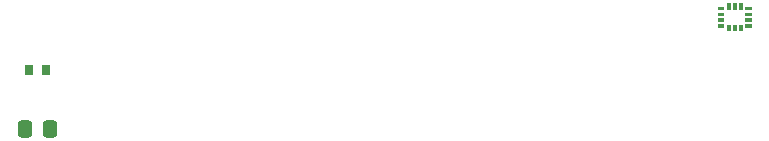
<source format=gtp>
%TF.GenerationSoftware,KiCad,Pcbnew,8.0.4*%
%TF.CreationDate,2024-09-27T18:01:19-04:00*%
%TF.ProjectId,Sp-I,53702d49-2e6b-4696-9361-645f70636258,rev?*%
%TF.SameCoordinates,Original*%
%TF.FileFunction,Paste,Top*%
%TF.FilePolarity,Positive*%
%FSLAX46Y46*%
G04 Gerber Fmt 4.6, Leading zero omitted, Abs format (unit mm)*
G04 Created by KiCad (PCBNEW 8.0.4) date 2024-09-27 18:01:19*
%MOMM*%
%LPD*%
G01*
G04 APERTURE LIST*
G04 Aperture macros list*
%AMRoundRect*
0 Rectangle with rounded corners*
0 $1 Rounding radius*
0 $2 $3 $4 $5 $6 $7 $8 $9 X,Y pos of 4 corners*
0 Add a 4 corners polygon primitive as box body*
4,1,4,$2,$3,$4,$5,$6,$7,$8,$9,$2,$3,0*
0 Add four circle primitives for the rounded corners*
1,1,$1+$1,$2,$3*
1,1,$1+$1,$4,$5*
1,1,$1+$1,$6,$7*
1,1,$1+$1,$8,$9*
0 Add four rect primitives between the rounded corners*
20,1,$1+$1,$2,$3,$4,$5,0*
20,1,$1+$1,$4,$5,$6,$7,0*
20,1,$1+$1,$6,$7,$8,$9,0*
20,1,$1+$1,$8,$9,$2,$3,0*%
G04 Aperture macros list end*
%ADD10C,0.010000*%
%ADD11RoundRect,0.250000X0.337500X0.475000X-0.337500X0.475000X-0.337500X-0.475000X0.337500X-0.475000X0*%
%ADD12R,0.698500X0.939800*%
G04 APERTURE END LIST*
D10*
%TO.C,MT1*%
X169562500Y-133869000D02*
X169112500Y-133869000D01*
X169112500Y-133631000D01*
X169562500Y-133631000D01*
X169562500Y-133869000D01*
G36*
X169562500Y-133869000D02*
G01*
X169112500Y-133869000D01*
X169112500Y-133631000D01*
X169562500Y-133631000D01*
X169562500Y-133869000D01*
G37*
X169562500Y-134369000D02*
X169112500Y-134369000D01*
X169112500Y-134131000D01*
X169562500Y-134131000D01*
X169562500Y-134369000D01*
G36*
X169562500Y-134369000D02*
G01*
X169112500Y-134369000D01*
X169112500Y-134131000D01*
X169562500Y-134131000D01*
X169562500Y-134369000D01*
G37*
X169562500Y-134869000D02*
X169112500Y-134869000D01*
X169112500Y-134631000D01*
X169562500Y-134631000D01*
X169562500Y-134869000D01*
G36*
X169562500Y-134869000D02*
G01*
X169112500Y-134869000D01*
X169112500Y-134631000D01*
X169562500Y-134631000D01*
X169562500Y-134869000D01*
G37*
X169562500Y-135369000D02*
X169112500Y-135369000D01*
X169112500Y-135131000D01*
X169562500Y-135131000D01*
X169562500Y-135369000D01*
G36*
X169562500Y-135369000D02*
G01*
X169112500Y-135369000D01*
X169112500Y-135131000D01*
X169562500Y-135131000D01*
X169562500Y-135369000D01*
G37*
X170119000Y-133812500D02*
X169881000Y-133812500D01*
X169881000Y-133362500D01*
X170119000Y-133362500D01*
X170119000Y-133812500D01*
G36*
X170119000Y-133812500D02*
G01*
X169881000Y-133812500D01*
X169881000Y-133362500D01*
X170119000Y-133362500D01*
X170119000Y-133812500D01*
G37*
X170119000Y-135637500D02*
X169881000Y-135637500D01*
X169881000Y-135187500D01*
X170119000Y-135187500D01*
X170119000Y-135637500D01*
G36*
X170119000Y-135637500D02*
G01*
X169881000Y-135637500D01*
X169881000Y-135187500D01*
X170119000Y-135187500D01*
X170119000Y-135637500D01*
G37*
X170619000Y-133812500D02*
X170381000Y-133812500D01*
X170381000Y-133362500D01*
X170619000Y-133362500D01*
X170619000Y-133812500D01*
G36*
X170619000Y-133812500D02*
G01*
X170381000Y-133812500D01*
X170381000Y-133362500D01*
X170619000Y-133362500D01*
X170619000Y-133812500D01*
G37*
X170619000Y-135637500D02*
X170381000Y-135637500D01*
X170381000Y-135187500D01*
X170619000Y-135187500D01*
X170619000Y-135637500D01*
G36*
X170619000Y-135637500D02*
G01*
X170381000Y-135637500D01*
X170381000Y-135187500D01*
X170619000Y-135187500D01*
X170619000Y-135637500D01*
G37*
X171119000Y-133812500D02*
X170881000Y-133812500D01*
X170881000Y-133362500D01*
X171119000Y-133362500D01*
X171119000Y-133812500D01*
G36*
X171119000Y-133812500D02*
G01*
X170881000Y-133812500D01*
X170881000Y-133362500D01*
X171119000Y-133362500D01*
X171119000Y-133812500D01*
G37*
X171119000Y-135637500D02*
X170881000Y-135637500D01*
X170881000Y-135187500D01*
X171119000Y-135187500D01*
X171119000Y-135637500D01*
G36*
X171119000Y-135637500D02*
G01*
X170881000Y-135637500D01*
X170881000Y-135187500D01*
X171119000Y-135187500D01*
X171119000Y-135637500D01*
G37*
X171887500Y-133869000D02*
X171437500Y-133869000D01*
X171437500Y-133631000D01*
X171887500Y-133631000D01*
X171887500Y-133869000D01*
G36*
X171887500Y-133869000D02*
G01*
X171437500Y-133869000D01*
X171437500Y-133631000D01*
X171887500Y-133631000D01*
X171887500Y-133869000D01*
G37*
X171887500Y-134369000D02*
X171437500Y-134369000D01*
X171437500Y-134131000D01*
X171887500Y-134131000D01*
X171887500Y-134369000D01*
G36*
X171887500Y-134369000D02*
G01*
X171437500Y-134369000D01*
X171437500Y-134131000D01*
X171887500Y-134131000D01*
X171887500Y-134369000D01*
G37*
X171887500Y-134869000D02*
X171437500Y-134869000D01*
X171437500Y-134631000D01*
X171887500Y-134631000D01*
X171887500Y-134869000D01*
G36*
X171887500Y-134869000D02*
G01*
X171437500Y-134869000D01*
X171437500Y-134631000D01*
X171887500Y-134631000D01*
X171887500Y-134869000D01*
G37*
X171887500Y-135369000D02*
X171437500Y-135369000D01*
X171437500Y-135131000D01*
X171887500Y-135131000D01*
X171887500Y-135369000D01*
G36*
X171887500Y-135369000D02*
G01*
X171437500Y-135369000D01*
X171437500Y-135131000D01*
X171887500Y-135131000D01*
X171887500Y-135369000D01*
G37*
%TD*%
D11*
%TO.C,C6*%
X112537500Y-144000000D03*
X110462500Y-144000000D03*
%TD*%
D12*
%TO.C,F1*%
X110820550Y-139000000D03*
X112179450Y-139000000D03*
%TD*%
M02*

</source>
